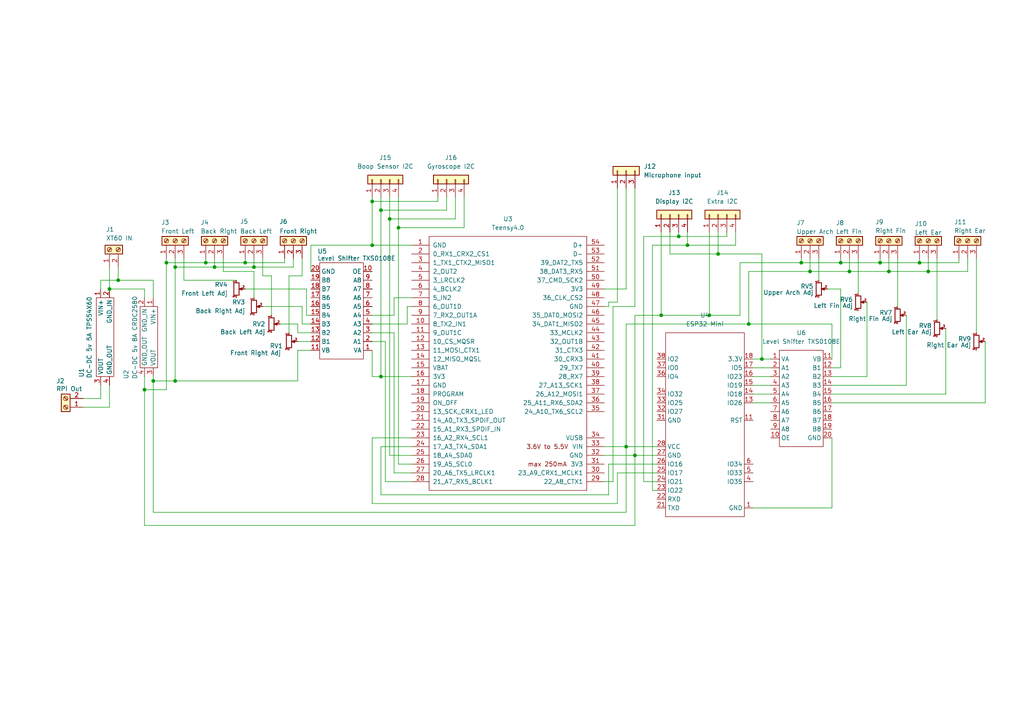
<source format=kicad_sch>
(kicad_sch (version 20250114) (generator "eeschema") (generator_version "9.0")
  (paper "A4")
  (lib_symbols
    (symbol "Aliexpress:DC_DC_5V_5A_TPS54X60"
      (property "Reference" "U" (at 0 1.27 0))
      (property "Value" "DC-DC 5v 5A TPS54X60" (at 1.27 -7.62 0))
      (symbol "DC_DC_5V_5A_TPS54X60_0_1"
        (rectangle (start -11.43 2.54) (end 11.43 -2.54))
      )
      (symbol "DC_DC_5V_5A_TPS54X60_1_1"
        (pin power_in line (at -13.97 1.27 0) (length 2.54) (name "GND_IN") (number "2"))
        (pin power_in line (at -13.97 -1.27 0) (length 2.54) (name "VIN+") (number "1"))
        (pin passive line (at 13.97 1.27 180) (length 2.54) (name "GND_OUT") (number "4"))
        (pin power_out line (at 13.97 -1.27 180) (length 2.54) (name "VOUT") (number "3"))
      )
    )
    (symbol "Aliexpress:DC_DC_5V_8A_CRDC2580"
      (property "Reference" "U" (at 0 1.27 0))
      (property "Value" "DC-DC 5v 8A CRDC2580" (at 1.27 -7.62 0))
      (symbol "DC_DC_5V_8A_CRDC2580_0_1"
        (rectangle (start -8.89 2.54) (end 8.89 -2.54))
      )
      (symbol "DC_DC_5V_8A_CRDC2580_1_1"
        (pin power_in line (at -11.43 1.27 0) (length 2.54) (name "VIN+") (number "1"))
        (pin power_in line (at -11.43 -1.27 0) (length 2.54) (name "GND_IN") (number "2"))
        (pin power_out line (at 11.43 1.27 180) (length 2.54) (name "VOUT") (number "3"))
        (pin passive line (at 11.43 -1.27 180) (length 2.54) (name "GND_OUT") (number "4"))
      )
    )
    (symbol "Aliexpress:ESP32_MIN132_V_1_0_0"
      (property "Reference" "U" (at 0 0 0))
      (property "Value" "ESP32 Mini" (at 0 -2.032 0))
      (symbol "ESP32_MIN132_V_1_0_0_0_1"
        (rectangle (start -11.43 25.4) (end 11.43 -27.94))
      )
      (symbol "ESP32_MIN132_V_1_0_0_1_1"
        (pin power_in line (at -13.97 22.86 0) (length 2.54) (name "GND") (number "1"))
        (pin no_connect line (at -13.97 20.32 0) (length 2.54) (hide yes) (name "NC") (number "2"))
        (pin input line (at -13.97 17.78 0) (length 2.54) (hide yes) (name "SVN") (number "3"))
        (pin bidirectional line (at -13.97 15.24 0) (length 2.54) (name "IO35") (number "4"))
        (pin bidirectional line (at -13.97 12.7 0) (length 2.54) (name "IO33") (number "5"))
        (pin bidirectional line (at -13.97 10.16 0) (length 2.54) (name "IO34") (number "6"))
        (pin bidirectional line (at -13.97 7.62 0) (length 2.54) (hide yes) (name "TMS") (number "7"))
        (pin passive line (at -13.97 5.08 0) (length 2.54) (hide yes) (name "NC") (number "8"))
        (pin bidirectional line (at -13.97 2.54 0) (length 2.54) (hide yes) (name "SD2") (number "9"))
        (pin input line (at -13.97 0 0) (length 2.54) (hide yes) (name "CMD") (number "10"))
        (pin input line (at -13.97 -2.54 0) (length 2.54) (name "RST") (number "11"))
        (pin input line (at -13.97 -5.08 0) (length 2.54) (hide yes) (name "SVP") (number "12"))
        (pin bidirectional line (at -13.97 -7.62 0) (length 2.54) (name "IO26") (number "13"))
        (pin bidirectional line (at -13.97 -10.16 0) (length 2.54) (name "IO18") (number "14"))
        (pin bidirectional line (at -13.97 -12.7 0) (length 2.54) (name "IO19") (number "15"))
        (pin bidirectional line (at -13.97 -15.24 0) (length 2.54) (name "IO23") (number "16"))
        (pin bidirectional line (at -13.97 -17.78 0) (length 2.54) (name "IO5") (number "17"))
        (pin power_out line (at -13.97 -20.32 0) (length 2.54) (name "3.3V") (number "18"))
        (pin bidirectional line (at -13.97 -22.86 0) (length 2.54) (hide yes) (name "TCK") (number "19"))
        (pin bidirectional line (at -13.97 -25.4 0) (length 2.54) (hide yes) (name "SD3") (number "20"))
        (pin output line (at 13.97 22.86 180) (length 2.54) (name "TXD") (number "21"))
        (pin input line (at 13.97 20.32 180) (length 2.54) (name "RXD") (number "22"))
        (pin bidirectional line (at 13.97 17.78 180) (length 2.54) (name "IO22") (number "23"))
        (pin bidirectional line (at 13.97 15.24 180) (length 2.54) (name "IO21") (number "24"))
        (pin bidirectional line (at 13.97 12.7 180) (length 2.54) (name "IO17") (number "25"))
        (pin bidirectional line (at 13.97 10.16 180) (length 2.54) (name "IO16") (number "26"))
        (pin power_in line (at 13.97 7.62 180) (length 2.54) (name "GND") (number "27"))
        (pin power_in line (at 13.97 5.08 180) (length 2.54) (name "VCC") (number "28"))
        (pin bidirectional line (at 13.97 2.54 180) (length 2.54) (hide yes) (name "TDO") (number "29"))
        (pin bidirectional line (at 13.97 0 180) (length 2.54) (hide yes) (name "SDD") (number "30"))
        (pin power_in line (at 13.97 -2.54 180) (length 2.54) (name "GND") (number "31"))
        (pin bidirectional line (at 13.97 -5.08 180) (length 2.54) (name "IO27") (number "32"))
        (pin bidirectional line (at 13.97 -7.62 180) (length 2.54) (name "IO25") (number "33"))
        (pin bidirectional line (at 13.97 -10.16 180) (length 2.54) (name "IO32") (number "34"))
        (pin bidirectional line (at 13.97 -12.7 180) (length 2.54) (hide yes) (name "TDI") (number "35"))
        (pin bidirectional line (at 13.97 -15.24 180) (length 2.54) (name "IO4") (number "36"))
        (pin bidirectional line (at 13.97 -17.78 180) (length 2.54) (name "IO0") (number "37"))
        (pin bidirectional line (at 13.97 -20.32 180) (length 2.54) (name "IO2") (number "38"))
        (pin bidirectional line (at 13.97 -22.86 180) (length 2.54) (hide yes) (name "SD1") (number "39"))
        (pin output line (at 13.97 -25.4 180) (length 2.54) (hide yes) (name "CLK") (number "40"))
      )
    )
    (symbol "Aliexpress:LEVEL_SHIFTER_TXS0108E"
      (property "Reference" "U" (at 0 0 0))
      (property "Value" "Level Shifter TXS0108E" (at 0 16.256 0))
      (symbol "LEVEL_SHIFTER_TXS0108E_0_1"
        (rectangle (start -6.35 13.97) (end 6.35 -13.97))
      )
      (symbol "LEVEL_SHIFTER_TXS0108E_1_1"
        (pin power_in line (at -8.89 11.43 0) (length 2.54) (name "VA") (number "1"))
        (pin bidirectional line (at -8.89 8.89 0) (length 2.54) (name "A1") (number "2"))
        (pin bidirectional line (at -8.89 6.35 0) (length 2.54) (name "A2") (number "3"))
        (pin bidirectional line (at -8.89 3.81 0) (length 2.54) (name "A3") (number "4"))
        (pin bidirectional line (at -8.89 1.27 0) (length 2.54) (name "A4") (number "5"))
        (pin bidirectional line (at -8.89 -1.27 0) (length 2.54) (name "A5") (number "6"))
        (pin bidirectional line (at -8.89 -3.81 0) (length 2.54) (name "A6") (number "7"))
        (pin bidirectional line (at -8.89 -6.35 0) (length 2.54) (name "A7") (number "8"))
        (pin bidirectional line (at -8.89 -8.89 0) (length 2.54) (name "A8") (number "9"))
        (pin input line (at -8.89 -11.43 0) (length 2.54) (name "OE") (number "10"))
        (pin power_in line (at 8.89 11.43 180) (length 2.54) (name "VB") (number "11"))
        (pin bidirectional line (at 8.89 8.89 180) (length 2.54) (name "B1") (number "12"))
        (pin bidirectional line (at 8.89 6.35 180) (length 2.54) (name "B2") (number "13"))
        (pin bidirectional line (at 8.89 3.81 180) (length 2.54) (name "B3") (number "14"))
        (pin bidirectional line (at 8.89 1.27 180) (length 2.54) (name "B4") (number "15"))
        (pin bidirectional line (at 8.89 -1.27 180) (length 2.54) (name "B5") (number "16"))
        (pin bidirectional line (at 8.89 -3.81 180) (length 2.54) (name "B6") (number "17"))
        (pin bidirectional line (at 8.89 -6.35 180) (length 2.54) (name "B7") (number "18"))
        (pin bidirectional line (at 8.89 -8.89 180) (length 2.54) (name "B8") (number "19"))
        (pin power_in line (at 8.89 -11.43 180) (length 2.54) (name "GND") (number "20"))
      )
    )
    (symbol "Connector:Screw_Terminal_01x02" (pin_names (offset 1.016) (hide yes))
      (property "Reference" "J" (at 0 2.54 0))
      (property "Value" "Screw_Terminal_01x02" (at 0 -5.08 0))
      (symbol "Screw_Terminal_01x02_1_1"
        (rectangle (start -1.27 1.27) (end 1.27 -3.81) (stroke (width 0.254)) (fill (type background)))
        (polyline (pts (xy -0.5334 0.3302) (xy 0.3302 -0.508)) (stroke (width 0.1524)))
        (polyline (pts (xy -0.5334 -2.2098) (xy 0.3302 -3.048)) (stroke (width 0.1524)))
        (polyline (pts (xy -0.3556 0.508) (xy 0.508 -0.3302)) (stroke (width 0.1524)))
        (polyline (pts (xy -0.3556 -2.032) (xy 0.508 -2.8702)) (stroke (width 0.1524)))
        (circle (center 0 0) (radius 0.635) (stroke (width 0.1524)))
        (circle (center 0 -2.54) (radius 0.635) (stroke (width 0.1524)))
        (pin passive line (at -5.08 0 0) (length 3.81) (name "Pin_1") (number "1"))
        (pin passive line (at -5.08 -2.54 0) (length 3.81) (name "Pin_2") (number "2"))
      )
    )
    (symbol "Connector:Screw_Terminal_01x03" (pin_names (offset 1.016) (hide yes))
      (property "Reference" "J" (at 0 5.08 0))
      (property "Value" "Screw_Terminal_01x03" (at 0 -5.08 0))
      (symbol "Screw_Terminal_01x03_1_1"
        (rectangle (start -1.27 3.81) (end 1.27 -3.81) (stroke (width 0.254)) (fill (type background)))
        (polyline (pts (xy -0.5334 2.8702) (xy 0.3302 2.032)) (stroke (width 0.1524)))
        (polyline (pts (xy -0.5334 0.3302) (xy 0.3302 -0.508)) (stroke (width 0.1524)))
        (polyline (pts (xy -0.5334 -2.2098) (xy 0.3302 -3.048)) (stroke (width 0.1524)))
        (polyline (pts (xy -0.3556 3.048) (xy 0.508 2.2098)) (stroke (width 0.1524)))
        (polyline (pts (xy -0.3556 0.508) (xy 0.508 -0.3302)) (stroke (width 0.1524)))
        (polyline (pts (xy -0.3556 -2.032) (xy 0.508 -2.8702)) (stroke (width 0.1524)))
        (circle (center 0 2.54) (radius 0.635) (stroke (width 0.1524)))
        (circle (center 0 0) (radius 0.635) (stroke (width 0.1524)))
        (circle (center 0 -2.54) (radius 0.635) (stroke (width 0.1524)))
        (pin passive line (at -5.08 2.54 0) (length 3.81) (name "Pin_1") (number "1"))
        (pin passive line (at -5.08 0 0) (length 3.81) (name "Pin_2") (number "2"))
        (pin passive line (at -5.08 -2.54 0) (length 3.81) (name "Pin_3") (number "3"))
      )
    )
    (symbol "Connector_Generic:Conn_01x03" (pin_names (offset 1.016) (hide yes))
      (property "Reference" "J" (at 0 5.08 0))
      (property "Value" "Conn_01x03" (at 0 -5.08 0))
      (symbol "Conn_01x03_1_1"
        (rectangle (start -1.27 3.81) (end 1.27 -3.81) (stroke (width 0.254)) (fill (type background)))
        (rectangle (start -1.27 2.667) (end 0 2.413) (stroke (width 0.1524)))
        (rectangle (start -1.27 0.127) (end 0 -0.127) (stroke (width 0.1524)))
        (rectangle (start -1.27 -2.413) (end 0 -2.667) (stroke (width 0.1524)))
        (pin passive line (at -5.08 2.54 0) (length 3.81) (name "Pin_1") (number "1"))
        (pin passive line (at -5.08 0 0) (length 3.81) (name "Pin_2") (number "2"))
        (pin passive line (at -5.08 -2.54 0) (length 3.81) (name "Pin_3") (number "3"))
      )
    )
    (symbol "Connector_Generic:Conn_01x04" (pin_names (offset 1.016) (hide yes))
      (property "Reference" "J" (at 0 5.08 0))
      (property "Value" "Conn_01x04" (at 0 -7.62 0))
      (symbol "Conn_01x04_1_1"
        (rectangle (start -1.27 3.81) (end 1.27 -6.35) (stroke (width 0.254)) (fill (type background)))
        (rectangle (start -1.27 2.667) (end 0 2.413) (stroke (width 0.1524)))
        (rectangle (start -1.27 0.127) (end 0 -0.127) (stroke (width 0.1524)))
        (rectangle (start -1.27 -2.413) (end 0 -2.667) (stroke (width 0.1524)))
        (rectangle (start -1.27 -4.953) (end 0 -5.207) (stroke (width 0.1524)))
        (pin passive line (at -5.08 2.54 0) (length 3.81) (name "Pin_1") (number "1"))
        (pin passive line (at -5.08 0 0) (length 3.81) (name "Pin_2") (number "2"))
        (pin passive line (at -5.08 -2.54 0) (length 3.81) (name "Pin_3") (number "3"))
        (pin passive line (at -5.08 -5.08 0) (length 3.81) (name "Pin_4") (number "4"))
      )
    )
    (symbol "Device:R_Potentiometer_Small" (pin_names (offset 1.016) (hide yes))
      (property "Reference" "RV" (at -4.445 0 90))
      (property "Value" "R_Potentiometer_Small" (at -2.54 0 90))
      (symbol "R_Potentiometer_Small_0_1"
        (rectangle (start 0.762 1.8034) (end -0.762 -1.8034) (stroke (width 0.254)))
        (polyline (pts (xy 0.889 0) (xy 0.635 0) (xy 1.651 0.381) (xy 1.651 -0.381) (xy 0.635 0) (xy 0.889 0)) (fill (type outline)))
      )
      (symbol "R_Potentiometer_Small_1_1"
        (pin passive line (at 0 2.54 270) (length 0.635) (name "1") (number "1"))
        (pin passive line (at 0 -2.54 90) (length 0.635) (name "3") (number "3"))
        (pin passive line (at 2.54 0 180) (length 0.9906) (name "2") (number "2"))
      )
    )
    (symbol "teensy:Teensy4.0" (pin_names (offset 1.016))
      (property "Reference" "U" (at 0 39.37 0))
      (property "Value" "Teensy4.0" (at 0 -39.37 0))
      (symbol "Teensy4.0_0_0"
        (text "3.6V to 5.5V" (at 11.43 -24.13 0) (effects (font (size 1.27 1.27))))
        (text "max 250mA" (at 11.43 -29.21 0) (effects (font (size 1.27 1.27))))
        (pin bidirectional line (at -27.94 24.13 0) (length 5.08) (name "3_LRCLK2") (number "5"))
        (pin bidirectional line (at -27.94 21.59 0) (length 5.08) (name "4_BCLK2") (number "6"))
        (pin bidirectional line (at -27.94 19.05 0) (length 5.08) (name "5_IN2") (number "7"))
        (pin bidirectional line (at -27.94 16.51 0) (length 5.08) (name "6_OUT1D") (number "8"))
        (pin bidirectional line (at -27.94 13.97 0) (length 5.08) (name "7_RX2_OUT1A") (number "9"))
        (pin bidirectional line (at -27.94 11.43 0) (length 5.08) (name "8_TX2_IN1") (number "10"))
        (pin bidirectional line (at -27.94 8.89 0) (length 5.08) (name "9_OUT1C") (number "11"))
        (pin bidirectional line (at -27.94 6.35 0) (length 5.08) (name "10_CS_MQSR") (number "12"))
        (pin bidirectional line (at -27.94 3.81 0) (length 5.08) (name "11_MOSI_CTX1") (number "13"))
        (pin bidirectional line (at -27.94 1.27 0) (length 5.08) (name "12_MISO_MQSL") (number "14"))
        (pin power_in line (at -27.94 -1.27 0) (length 5.08) (name "VBAT") (number "15"))
        (pin power_in line (at -27.94 -3.81 0) (length 5.08) (name "3V3") (number "16"))
        (pin power_in line (at -27.94 -6.35 0) (length 5.08) (name "GND") (number "17"))
        (pin input line (at -27.94 -8.89 0) (length 5.08) (name "PROGRAM") (number "18"))
        (pin input line (at -27.94 -11.43 0) (length 5.08) (name "ON_OFF") (number "19"))
        (pin bidirectional line (at -27.94 -13.97 0) (length 5.08) (name "13_SCK_CRX1_LED") (number "20"))
        (pin bidirectional line (at -27.94 -16.51 0) (length 5.08) (name "14_A0_TX3_SPDIF_OUT") (number "21"))
        (pin bidirectional line (at -27.94 -19.05 0) (length 5.08) (name "15_A1_RX3_SPDIF_IN") (number "22"))
        (pin bidirectional line (at -27.94 -21.59 0) (length 5.08) (name "16_A2_RX4_SCL1") (number "23"))
        (pin bidirectional line (at -27.94 -24.13 0) (length 5.08) (name "17_A3_TX4_SDA1") (number "24"))
        (pin bidirectional line (at -27.94 -26.67 0) (length 5.08) (name "18_A4_SDA0") (number "25"))
        (pin bidirectional line (at -27.94 -29.21 0) (length 5.08) (name "19_A5_SCL0") (number "26"))
        (pin bidirectional line (at -27.94 -31.75 0) (length 5.08) (name "20_A6_TX5_LRCLK1") (number "27"))
        (pin bidirectional line (at -27.94 -34.29 0) (length 5.08) (name "21_A7_RX5_BCLK1") (number "28"))
        (pin bidirectional line (at 27.94 34.29 180) (length 5.08) (name "D+") (number "54"))
        (pin bidirectional line (at 27.94 31.75 180) (length 5.08) (name "D-") (number "53"))
        (pin bidirectional line (at 27.94 29.21 180) (length 5.08) (name "39_DAT2_TX5") (number "52"))
        (pin bidirectional line (at 27.94 26.67 180) (length 5.08) (name "38_DAT3_RX5") (number "51"))
        (pin bidirectional line (at 27.94 24.13 180) (length 5.08) (name "37_CMD_SCK2") (number "50"))
        (pin power_out line (at 27.94 21.59 180) (length 5.08) (name "3V3") (number "49"))
        (pin bidirectional line (at 27.94 19.05 180) (length 5.08) (name "36_CLK_CS2") (number "48"))
        (pin power_out line (at 27.94 16.51 180) (length 5.08) (name "GND") (number "47"))
        (pin bidirectional line (at 27.94 13.97 180) (length 5.08) (name "35_DAT0_MOSI2") (number "46"))
        (pin bidirectional line (at 27.94 11.43 180) (length 5.08) (name "34_DAT1_MISO2") (number "45"))
        (pin bidirectional line (at 27.94 8.89 180) (length 5.08) (name "33_MCLK2") (number "44"))
        (pin bidirectional line (at 27.94 6.35 180) (length 5.08) (name "32_OUT1B") (number "43"))
        (pin bidirectional line (at 27.94 3.81 180) (length 5.08) (name "31_CTX3") (number "42"))
        (pin bidirectional line (at 27.94 1.27 180) (length 5.08) (name "30_CRX3") (number "41"))
        (pin bidirectional line (at 27.94 -1.27 180) (length 5.08) (name "29_TX7") (number "40"))
        (pin bidirectional line (at 27.94 -3.81 180) (length 5.08) (name "28_RX7") (number "39"))
        (pin bidirectional line (at 27.94 -6.35 180) (length 5.08) (name "27_A13_SCK1") (number "38"))
        (pin bidirectional line (at 27.94 -8.89 180) (length 5.08) (name "26_A12_MOSI1") (number "37"))
        (pin bidirectional line (at 27.94 -11.43 180) (length 5.08) (name "25_A11_RX6_SDA2") (number "36"))
        (pin bidirectional line (at 27.94 -13.97 180) (length 5.08) (name "24_A10_TX6_SCL2") (number "35"))
        (pin power_out line (at 27.94 -21.59 180) (length 5.08) (name "VUSB") (number "34"))
        (pin power_in line (at 27.94 -24.13 180) (length 5.08) (name "VIN") (number "33"))
        (pin power_in line (at 27.94 -26.67 180) (length 5.08) (name "GND") (number "32"))
        (pin power_out line (at 27.94 -29.21 180) (length 5.08) (name "3V3") (number "31"))
        (pin bidirectional line (at 27.94 -31.75 180) (length 5.08) (name "23_A9_CRX1_MCLK1") (number "30"))
        (pin bidirectional line (at 27.94 -34.29 180) (length 5.08) (name "22_A8_CTX1") (number "29"))
      )
      (symbol "Teensy4.0_0_1"
        (rectangle (start -22.86 36.83) (end 22.86 -36.83))
        (rectangle (start -20.32 -31.75) (end -20.32 -31.75))
      )
      (symbol "Teensy4.0_1_1"
        (pin power_in line (at -27.94 34.29 0) (length 5.08) (name "GND") (number "1"))
        (pin bidirectional line (at -27.94 31.75 0) (length 5.08) (name "0_RX1_CRX2_CS1") (number "2"))
        (pin bidirectional line (at -27.94 29.21 0) (length 5.08) (name "1_TX1_CTX2_MISO1") (number "3"))
        (pin bidirectional line (at -27.94 26.67 0) (length 5.08) (name "2_OUT2") (number "4"))
      )
    )
  )
  (junction (at 181.61 129.54))
  (junction (at 205.74 91.44))
  (junction (at 232.41 76.2))
  (junction (at 257.81 78.74))
  (junction (at 44.45 110.49))
  (junction (at 34.29 81.28))
  (junction (at 266.7 76.2))
  (junction (at 234.95 78.74))
  (junction (at 243.84 76.2))
  (junction (at 113.03 63.5))
  (junction (at 41.91 113.03))
  (junction (at 48.26 76.2))
  (junction (at 255.27 76.2))
  (junction (at 50.8 110.49))
  (junction (at 184.15 132.08))
  (junction (at 73.66 77.47))
  (junction (at 196.85 68.58))
  (junction (at 62.23 77.47))
  (junction (at 246.38 78.74))
  (junction (at 71.12 76.2))
  (junction (at 115.57 66.04))
  (junction (at 31.75 83.82))
  (junction (at 59.69 76.2))
  (junction (at 220.98 104.14))
  (junction (at 110.49 109.22))
  (junction (at 199.39 71.12))
  (junction (at 217.17 93.98))
  (junction (at 107.95 58.42))
  (junction (at 110.49 60.96))
  (junction (at 269.24 78.74))
  (junction (at 208.28 73.66))
  (junction (at 50.8 77.47))
  (junction (at 107.95 71.12))
  (junction (at 191.77 91.44))
  (wire (pts (xy 196.85 68.58) (xy 196.85 67.31)))
  (wire (pts (xy 114.3 96.52) (xy 114.3 137.16)))
  (wire (pts (xy 210.82 68.58) (xy 210.82 67.31)))
  (wire (pts (xy 208.28 73.66) (xy 208.28 67.31)))
  (wire (pts (xy 82.55 76.2) (xy 82.55 74.93)))
  (wire (pts (xy 48.26 74.93) (xy 48.26 76.2)))
  (wire (pts (xy 205.74 91.44) (xy 191.77 91.44)))
  (wire (pts (xy 50.8 77.47) (xy 62.23 77.47)))
  (wire (pts (xy 214.63 76.2) (xy 214.63 91.44)))
  (wire (pts (xy 90.17 71.12) (xy 107.95 71.12)))
  (wire (pts (xy 271.78 74.93) (xy 271.78 92.71)))
  (wire (pts (xy 132.08 57.15) (xy 132.08 63.5)))
  (wire (pts (xy 71.12 76.2) (xy 82.55 76.2)))
  (wire (pts (xy 115.57 57.15) (xy 115.57 66.04)))
  (wire (pts (xy 111.76 99.06) (xy 107.95 99.06)))
  (wire (pts (xy 176.53 87.63) (xy 179.07 87.63)))
  (wire (pts (xy 177.8 88.9) (xy 184.15 88.9)))
  (wire (pts (xy 88.9 91.44) (xy 90.17 91.44)))
  (wire (pts (xy 110.49 109.22) (xy 119.38 109.22)))
  (wire (pts (xy 44.45 110.49) (xy 50.8 110.49)))
  (wire (pts (xy 184.15 152.4) (xy 41.91 152.4)))
  (wire (pts (xy 214.63 91.44) (xy 205.74 91.44)))
  (wire (pts (xy 41.91 113.03) (xy 41.91 152.4)))
  (wire (pts (xy 257.81 78.74) (xy 257.81 74.93)))
  (wire (pts (xy 111.76 139.7) (xy 111.76 99.06)))
  (wire (pts (xy 86.36 93.98) (xy 81.28 93.98)))
  (wire (pts (xy 217.17 78.74) (xy 217.17 93.98)))
  (wire (pts (xy 107.95 91.44) (xy 114.3 91.44)))
  (wire (pts (xy 114.3 137.16) (xy 119.38 137.16)))
  (wire (pts (xy 218.44 109.22) (xy 223.52 109.22)))
  (wire (pts (xy 218.44 111.76) (xy 223.52 111.76)))
  (wire (pts (xy 184.15 132.08) (xy 184.15 152.4)))
  (wire (pts (xy 218.44 116.84) (xy 223.52 116.84)))
  (wire (pts (xy 218.44 104.14) (xy 220.98 104.14)))
  (wire (pts (xy 83.82 80.01) (xy 83.82 96.52)))
  (wire (pts (xy 283.21 74.93) (xy 283.21 96.52)))
  (wire (pts (xy 44.45 86.36) (xy 44.45 81.28)))
  (wire (pts (xy 255.27 76.2) (xy 255.27 74.93)))
  (wire (pts (xy 208.28 73.66) (xy 194.31 73.66)))
  (wire (pts (xy 181.61 129.54) (xy 181.61 93.98)))
  (wire (pts (xy 243.84 83.82) (xy 240.03 83.82)))
  (wire (pts (xy 50.8 77.47) (xy 50.8 110.49)))
  (wire (pts (xy 274.32 95.25) (xy 274.32 114.3)))
  (wire (pts (xy 24.13 118.11) (xy 31.75 118.11)))
  (wire (pts (xy 118.11 88.9) (xy 119.38 88.9)))
  (wire (pts (xy 218.44 114.3) (xy 223.52 114.3)))
  (wire (pts (xy 90.17 71.12) (xy 90.17 78.74)))
  (wire (pts (xy 113.03 132.08) (xy 119.38 132.08)))
  (wire (pts (xy 184.15 132.08) (xy 190.5 132.08)))
  (wire (pts (xy 220.98 104.14) (xy 220.98 73.66)))
  (wire (pts (xy 110.49 60.96) (xy 110.49 109.22)))
  (wire (pts (xy 62.23 77.47) (xy 73.66 77.47)))
  (wire (pts (xy 68.58 81.28) (xy 53.34 81.28)))
  (wire (pts (xy 113.03 57.15) (xy 113.03 63.5)))
  (wire (pts (xy 87.63 80.01) (xy 87.63 74.93)))
  (wire (pts (xy 48.26 76.2) (xy 48.26 113.03)))
  (wire (pts (xy 64.77 78.74) (xy 64.77 74.93)))
  (wire (pts (xy 266.7 76.2) (xy 266.7 74.93)))
  (wire (pts (xy 181.61 93.98) (xy 217.17 93.98)))
  (wire (pts (xy 181.61 83.82) (xy 175.26 83.82)))
  (wire (pts (xy 134.62 66.04) (xy 115.57 66.04)))
  (wire (pts (xy 115.57 66.04) (xy 115.57 134.62)))
  (wire (pts (xy 114.3 86.36) (xy 114.3 91.44)))
  (wire (pts (xy 190.5 142.24) (xy 189.23 142.24)))
  (wire (pts (xy 78.74 91.44) (xy 78.74 80.01)))
  (wire (pts (xy 181.61 54.61) (xy 181.61 83.82)))
  (wire (pts (xy 189.23 142.24) (xy 189.23 71.12)))
  (wire (pts (xy 184.15 88.9) (xy 184.15 54.61)))
  (wire (pts (xy 243.84 76.2) (xy 255.27 76.2)))
  (wire (pts (xy 132.08 63.5) (xy 113.03 63.5)))
  (wire (pts (xy 111.76 139.7) (xy 119.38 139.7)))
  (wire (pts (xy 59.69 76.2) (xy 59.69 74.93)))
  (wire (pts (xy 194.31 73.66) (xy 194.31 67.31)))
  (wire (pts (xy 191.77 67.31) (xy 191.77 91.44)))
  (wire (pts (xy 241.3 127) (xy 241.3 147.32)))
  (wire (pts (xy 246.38 78.74) (xy 257.81 78.74)))
  (wire (pts (xy 175.26 132.08) (xy 184.15 132.08)))
  (wire (pts (xy 85.09 77.47) (xy 85.09 74.93)))
  (wire (pts (xy 59.69 76.2) (xy 71.12 76.2)))
  (wire (pts (xy 241.3 93.98) (xy 241.3 104.14)))
  (wire (pts (xy 31.75 118.11) (xy 31.75 111.76)))
  (wire (pts (xy 90.17 93.98) (xy 87.63 93.98)))
  (wire (pts (xy 62.23 77.47) (xy 62.23 74.93)))
  (wire (pts (xy 184.15 91.44) (xy 184.15 132.08)))
  (wire (pts (xy 90.17 101.6) (xy 86.36 101.6)))
  (wire (pts (xy 190.5 139.7) (xy 186.69 139.7)))
  (wire (pts (xy 232.41 76.2) (xy 232.41 74.93)))
  (wire (pts (xy 274.32 114.3) (xy 241.3 114.3)))
  (wire (pts (xy 44.45 110.49) (xy 44.45 109.22)))
  (wire (pts (xy 29.21 83.82) (xy 29.21 81.28)))
  (wire (pts (xy 186.69 68.58) (xy 196.85 68.58)))
  (wire (pts (xy 50.8 74.93) (xy 50.8 77.47)))
  (wire (pts (xy 107.95 101.6) (xy 107.95 109.22)))
  (wire (pts (xy 118.11 93.98) (xy 118.11 88.9)))
  (wire (pts (xy 217.17 93.98) (xy 241.3 93.98)))
  (wire (pts (xy 213.36 71.12) (xy 213.36 67.31)))
  (wire (pts (xy 220.98 73.66) (xy 208.28 73.66)))
  (wire (pts (xy 278.13 76.2) (xy 278.13 74.93)))
  (wire (pts (xy 83.82 80.01) (xy 87.63 80.01)))
  (wire (pts (xy 255.27 76.2) (xy 266.7 76.2)))
  (wire (pts (xy 266.7 76.2) (xy 278.13 76.2)))
  (wire (pts (xy 76.2 80.01) (xy 78.74 80.01)))
  (wire (pts (xy 107.95 93.98) (xy 118.11 93.98)))
  (wire (pts (xy 234.95 74.93) (xy 234.95 78.74)))
  (wire (pts (xy 86.36 96.52) (xy 86.36 93.98)))
  (wire (pts (xy 179.07 87.63) (xy 179.07 54.61)))
  (wire (pts (xy 179.07 146.05) (xy 107.95 146.05)))
  (wire (pts (xy 114.3 96.52) (xy 107.95 96.52)))
  (wire (pts (xy 269.24 78.74) (xy 269.24 74.93)))
  (wire (pts (xy 110.49 60.96) (xy 129.54 60.96)))
  (wire (pts (xy 24.13 115.57) (xy 29.21 115.57)))
  (wire (pts (xy 189.23 71.12) (xy 199.39 71.12)))
  (wire (pts (xy 186.69 139.7) (xy 186.69 68.58)))
  (wire (pts (xy 248.92 74.93) (xy 248.92 85.09)))
  (wire (pts (xy 127 57.15) (xy 127 58.42)))
  (wire (pts (xy 107.95 109.22) (xy 110.49 109.22)))
  (wire (pts (xy 86.36 99.06) (xy 90.17 99.06)))
  (wire (pts (xy 53.34 81.28) (xy 53.34 74.93)))
  (wire (pts (xy 41.91 113.03) (xy 41.91 109.22)))
  (wire (pts (xy 107.95 146.05) (xy 107.95 127)))
  (wire (pts (xy 260.35 74.93) (xy 260.35 88.9)))
  (wire (pts (xy 29.21 81.28) (xy 34.29 81.28)))
  (wire (pts (xy 262.89 111.76) (xy 241.3 111.76)))
  (wire (pts (xy 48.26 76.2) (xy 59.69 76.2)))
  (wire (pts (xy 196.85 68.58) (xy 210.82 68.58)))
  (wire (pts (xy 257.81 78.74) (xy 269.24 78.74)))
  (wire (pts (xy 76.2 80.01) (xy 76.2 74.93)))
  (wire (pts (xy 31.75 83.82) (xy 41.91 83.82)))
  (wire (pts (xy 243.84 76.2) (xy 243.84 74.93)))
  (wire (pts (xy 285.75 116.84) (xy 241.3 116.84)))
  (wire (pts (xy 234.95 78.74) (xy 246.38 78.74)))
  (wire (pts (xy 73.66 78.74) (xy 64.77 78.74)))
  (wire (pts (xy 241.3 106.68) (xy 243.84 106.68)))
  (wire (pts (xy 181.61 129.54) (xy 190.5 129.54)))
  (wire (pts (xy 73.66 86.36) (xy 73.66 78.74)))
  (wire (pts (xy 234.95 78.74) (xy 217.17 78.74)))
  (wire (pts (xy 110.49 143.51) (xy 110.49 129.54)))
  (wire (pts (xy 190.5 137.16) (xy 179.07 137.16)))
  (wire (pts (xy 129.54 57.15) (xy 129.54 60.96)))
  (wire (pts (xy 243.84 106.68) (xy 243.84 83.82)))
  (wire (pts (xy 71.12 83.82) (xy 88.9 83.82)))
  (wire (pts (xy 251.46 87.63) (xy 251.46 109.22)))
  (wire (pts (xy 181.61 148.59) (xy 44.45 148.59)))
  (wire (pts (xy 237.49 74.93) (xy 237.49 81.28)))
  (wire (pts (xy 107.95 58.42) (xy 107.95 71.12)))
  (wire (pts (xy 31.75 77.47) (xy 31.75 83.82)))
  (wire (pts (xy 241.3 147.32) (xy 218.44 147.32)))
  (wire (pts (xy 251.46 109.22) (xy 241.3 109.22)))
  (wire (pts (xy 214.63 76.2) (xy 232.41 76.2)))
  (wire (pts (xy 134.62 57.15) (xy 134.62 66.04)))
  (wire (pts (xy 110.49 129.54) (xy 119.38 129.54)))
  (wire (pts (xy 179.07 137.16) (xy 179.07 146.05)))
  (wire (pts (xy 29.21 115.57) (xy 29.21 111.76)))
  (wire (pts (xy 90.17 96.52) (xy 86.36 96.52)))
  (wire (pts (xy 262.89 91.44) (xy 262.89 111.76)))
  (wire (pts (xy 175.26 88.9) (xy 176.53 88.9)))
  (wire (pts (xy 107.95 127) (xy 119.38 127)))
  (wire (pts (xy 88.9 83.82) (xy 88.9 91.44)))
  (wire (pts (xy 41.91 86.36) (xy 41.91 83.82)))
  (wire (pts (xy 205.74 67.31) (xy 205.74 91.44)))
  (wire (pts (xy 181.61 129.54) (xy 181.61 148.59)))
  (wire (pts (xy 176.53 134.62) (xy 176.53 143.51)))
  (wire (pts (xy 34.29 77.47) (xy 34.29 81.28)))
  (wire (pts (xy 280.67 78.74) (xy 280.67 74.93)))
  (wire (pts (xy 232.41 76.2) (xy 243.84 76.2)))
  (wire (pts (xy 41.91 113.03) (xy 48.26 113.03)))
  (wire (pts (xy 119.38 86.36) (xy 114.3 86.36)))
  (wire (pts (xy 218.44 106.68) (xy 223.52 106.68)))
  (wire (pts (xy 176.53 88.9) (xy 176.53 87.63)))
  (wire (pts (xy 44.45 110.49) (xy 44.45 148.59)))
  (wire (pts (xy 269.24 78.74) (xy 280.67 78.74)))
  (wire (pts (xy 87.63 93.98) (xy 87.63 88.9)))
  (wire (pts (xy 113.03 63.5) (xy 113.03 132.08)))
  (wire (pts (xy 191.77 91.44) (xy 184.15 91.44)))
  (wire (pts (xy 44.45 81.28) (xy 34.29 81.28)))
  (wire (pts (xy 220.98 104.14) (xy 223.52 104.14)))
  (wire (pts (xy 177.8 139.7) (xy 177.8 88.9)))
  (wire (pts (xy 107.95 57.15) (xy 107.95 58.42)))
  (wire (pts (xy 73.66 77.47) (xy 73.66 74.93)))
  (wire (pts (xy 110.49 57.15) (xy 110.49 60.96)))
  (wire (pts (xy 199.39 71.12) (xy 213.36 71.12)))
  (wire (pts (xy 176.53 143.51) (xy 110.49 143.51)))
  (wire (pts (xy 76.2 88.9) (xy 87.63 88.9)))
  (wire (pts (xy 199.39 71.12) (xy 199.39 67.31)))
  (wire (pts (xy 285.75 99.06) (xy 285.75 116.84)))
  (wire (pts (xy 115.57 134.62) (xy 119.38 134.62)))
  (wire (pts (xy 119.38 71.12) (xy 107.95 71.12)))
  (wire (pts (xy 71.12 76.2) (xy 71.12 74.93)))
  (wire (pts (xy 177.8 139.7) (xy 175.26 139.7)))
  (wire (pts (xy 86.36 101.6) (xy 86.36 110.49)))
  (wire (pts (xy 175.26 129.54) (xy 181.61 129.54)))
  (wire (pts (xy 127 58.42) (xy 107.95 58.42)))
  (wire (pts (xy 50.8 110.49) (xy 86.36 110.49)))
  (wire (pts (xy 190.5 134.62) (xy 176.53 134.62)))
  (wire (pts (xy 73.66 77.47) (xy 85.09 77.47)))
  (wire (pts (xy 246.38 78.74) (xy 246.38 74.93)))
  (symbol (lib_id "Connector:Screw_Terminal_01x03") (at 269.24 69.85 90) (unit 1)
    (property "Reference" "J10" (at 265.303 64.897 90) (effects (justify right)))
    (property "Value" "Left Ear" (at 265.303 67.437 90) (effects (justify right)))
    (property "Footprint" "TerminalBlock:TerminalBlock_MaiXu_MX126-5.0-03P_1x03_P5.00mm" (effects (hide yes)))
    (property "Description" "Generic screw terminal, single row, 01x03, script generated (kicad-library-utils/schlib/autogen/connector/)" (effects (hide yes)))
  )
  (symbol (lib_id "Connector:Screw_Terminal_01x03") (at 257.81 69.85 90) (unit 1)
    (property "Reference" "J9" (at 253.873 64.389 90) (effects (justify right)))
    (property "Value" "Right Fin" (at 253.873 66.929 90) (effects (justify right)))
    (property "Footprint" "TerminalBlock:TerminalBlock_MaiXu_MX126-5.0-03P_1x03_P5.00mm" (effects (hide yes)))
    (property "Description" "Generic screw terminal, single row, 01x03, script generated (kicad-library-utils/schlib/autogen/connector/)" (effects (hide yes)))
  )
  (symbol (lib_id "Device:R_Potentiometer_Small") (at 248.92 87.63 0) (unit 1)
    (property "Reference" "RV6" (at 247.396 86.868 0) (effects (justify right)))
    (property "Value" "Left Fin Adj" (at 247.396 88.646 0) (effects (justify right)))
    (property "Footprint" "Potentiometer_THT:Potentiometer_Bourns_3296W_Vertical" (effects (hide yes)))
    (property "Description" "Potentiometer" (effects (hide yes)))
  )
  (symbol (lib_id "Connector:Screw_Terminal_01x02") (at 19.05 118.11 180) (unit 1)
    (property "Reference" "J2" (at 17.526 110.49 0))
    (property "Value" "RPi Out" (at 20.066 112.776 0))
    (property "Footprint" "TerminalBlock:TerminalBlock_MaiXu_MX126-5.0-02P_1x02_P5.00mm" (effects (hide yes)))
    (property "Description" "Generic screw terminal, single row, 01x02, script generated (kicad-library-utils/schlib/autogen/connector/)" (effects (hide yes)))
  )
  (symbol (lib_id "Device:R_Potentiometer_Small") (at 237.49 83.82 0) (unit 1)
    (property "Reference" "RV5" (at 235.966 83.058 0) (effects (justify right)))
    (property "Value" "Upper Arch Adj" (at 235.966 84.836 0) (effects (justify right)))
    (property "Footprint" "Potentiometer_THT:Potentiometer_Bourns_3296W_Vertical" (effects (hide yes)))
    (property "Description" "Potentiometer" (effects (hide yes)))
  )
  (symbol (lib_id "Connector:Screw_Terminal_01x03") (at 234.95 69.85 90) (unit 1)
    (property "Reference" "J7" (at 231.013 64.643 90) (effects (justify right)))
    (property "Value" "Upper Arch" (at 231.013 67.183 90) (effects (justify right)))
    (property "Footprint" "TerminalBlock:TerminalBlock_MaiXu_MX126-5.0-03P_1x03_P5.00mm" (effects (hide yes)))
    (property "Description" "Generic screw terminal, single row, 01x03, script generated (kicad-library-utils/schlib/autogen/connector/)" (effects (hide yes)))
  )
  (symbol (lib_id "Aliexpress:ESP32_MIN132_V_1_0_0") (at 204.47 124.46 180) (unit 1)
    (property "Reference" "U4" (at 204.47 91.44 0))
    (property "Value" "ESP32 Mini" (at 204.47 93.98 0))
    (property "Footprint" "Aliexpress:ESP32_MIN132_V_1_0_0" (effects (hide yes)))
  )
  (symbol (lib_id "Device:R_Potentiometer_Small") (at 78.74 93.98 0) (unit 1)
    (property "Reference" "RV2" (at 76.962 93.98 0) (effects (justify right)))
    (property "Value" "Back Left Adj" (at 76.962 96.266 0) (effects (justify right)))
    (property "Footprint" "Potentiometer_THT:Potentiometer_Bourns_3296W_Vertical" (effects (hide yes)))
    (property "Description" "Potentiometer" (effects (hide yes)))
  )
  (symbol (lib_id "Connector:Screw_Terminal_01x03") (at 280.67 69.85 90) (unit 1)
    (property "Reference" "J11" (at 276.733 64.389 90) (effects (justify right)))
    (property "Value" "Right Ear" (at 276.733 66.929 90) (effects (justify right)))
    (property "Footprint" "TerminalBlock:TerminalBlock_MaiXu_MX126-5.0-03P_1x03_P5.00mm" (effects (hide yes)))
    (property "Description" "Generic screw terminal, single row, 01x03, script generated (kicad-library-utils/schlib/autogen/connector/)" (effects (hide yes)))
  )
  (symbol (lib_id "teensy:Teensy4.0") (at 147.32 105.41 0) (unit 1)
    (property "Reference" "U3" (at 147.32 63.5 0))
    (property "Value" "Teensy4.0" (at 147.32 66.04 0))
    (property "Footprint" "teensy:Teensy40" (effects (hide yes)))
  )
  (symbol (lib_id "Connector:Screw_Terminal_01x02") (at 31.75 72.39 90) (unit 1)
    (property "Reference" "J1" (at 30.734 66.548 90) (effects (justify right)))
    (property "Value" "XT60 IN" (at 30.734 69.088 90) (effects (justify right)))
    (property "Footprint" "TerminalBlock:TerminalBlock_MaiXu_MX126-5.0-02P_1x02_P5.00mm" (effects (hide yes)))
    (property "Description" "Generic screw terminal, single row, 01x02, script generated (kicad-library-utils/schlib/autogen/connector/)" (effects (hide yes)))
  )
  (symbol (lib_id "Connector:Screw_Terminal_01x03") (at 50.8 69.85 90) (unit 1)
    (property "Reference" "J3" (at 46.736 64.516 90) (effects (justify right)))
    (property "Value" "Front Left" (at 46.736 67.056 90) (effects (justify right)))
    (property "Footprint" "TerminalBlock:TerminalBlock_MaiXu_MX126-5.0-03P_1x03_P5.00mm" (effects (hide yes)))
    (property "Description" "Generic screw terminal, single row, 01x03, script generated (kicad-library-utils/schlib/autogen/connector/)" (effects (hide yes)))
  )
  (symbol (lib_id "Device:R_Potentiometer_Small") (at 68.58 83.82 0) (unit 1)
    (property "Reference" "RV4" (at 66.04 82.5499 0) (effects (justify right)))
    (property "Value" "Front Left Adj" (at 66.04 85.0899 0) (effects (justify right)))
    (property "Footprint" "Potentiometer_THT:Potentiometer_Bourns_3296W_Vertical" (effects (hide yes)))
    (property "Description" "Potentiometer" (effects (hide yes)))
  )
  (symbol (lib_id "Aliexpress:LEVEL_SHIFTER_TXS0108E") (at 99.06 90.17 180) (unit 1)
    (property "Reference" "U5" (at 93.472 72.898 0))
    (property "Value" "Level Shifter TXS0108E" (at 103.378 74.93 0))
    (property "Footprint" "Aliexpress:LEVEL_SHIFTER_TXS0108E" (effects (hide yes)))
  )
  (symbol (lib_id "Connector_Generic:Conn_01x04") (at 129.54 52.07 90) (unit 1)
    (property "Reference" "J16" (at 130.81 45.72 90))
    (property "Value" "Gyroscope I2C" (at 130.81 48.26 90))
    (property "Footprint" "Connector_JST:JST_XH_B4B-XH-A_1x04_P2.50mm_Vertical" (effects (hide yes)))
    (property "Description" "Generic connector, single row, 01x04, script generated (kicad-library-utils/schlib/autogen/connector/)" (effects (hide yes)))
  )
  (symbol (lib_id "Device:R_Potentiometer_Small") (at 83.82 99.06 0) (unit 1)
    (property "Reference" "RV1" (at 82.042 100.33 0) (effects (justify right)))
    (property "Value" "Front Right Adj" (at 81.534 102.362 0) (effects (justify right)))
    (property "Footprint" "Potentiometer_THT:Potentiometer_Bourns_3296W_Vertical" (effects (hide yes)))
    (property "Description" "Potentiometer" (effects (hide yes)))
  )
  (symbol (lib_id "Connector_Generic:Conn_01x04") (at 208.28 62.23 90) (unit 1)
    (property "Reference" "J14" (at 209.55 55.88 90))
    (property "Value" "Extra I2C" (at 209.55 58.42 90))
    (property "Footprint" "Connector_JST:JST_XH_B4B-XH-A_1x04_P2.50mm_Vertical" (effects (hide yes)))
    (property "Description" "Generic connector, single row, 01x04, script generated (kicad-library-utils/schlib/autogen/connector/)" (effects (hide yes)))
  )
  (symbol (lib_id "Connector_Generic:Conn_01x04") (at 110.49 52.07 90) (unit 1)
    (property "Reference" "J15" (at 111.76 45.72 90))
    (property "Value" "Boop Sensor I2C" (at 111.76 48.26 90))
    (property "Footprint" "Connector_JST:JST_XH_B4B-XH-A_1x04_P2.50mm_Vertical" (effects (hide yes)))
    (property "Description" "Generic connector, single row, 01x04, script generated (kicad-library-utils/schlib/autogen/connector/)" (effects (hide yes)))
  )
  (symbol (lib_id "Device:R_Potentiometer_Small") (at 73.66 88.9 0) (unit 1)
    (property "Reference" "RV3" (at 71.12 87.6299 0) (effects (justify right)))
    (property "Value" "Back Right Adj" (at 71.12 90.1699 0) (effects (justify right)))
    (property "Footprint" "Potentiometer_THT:Potentiometer_Bourns_3296W_Vertical" (effects (hide yes)))
    (property "Description" "Potentiometer" (effects (hide yes)))
  )
  (symbol (lib_id "Connector_Generic:Conn_01x04") (at 194.31 62.23 90) (unit 1)
    (property "Reference" "J13" (at 195.58 55.88 90))
    (property "Value" "Display I2C" (at 195.58 58.42 90))
    (property "Footprint" "Connector_JST:JST_XH_B4B-XH-A_1x04_P2.50mm_Vertical" (effects (hide yes)))
    (property "Description" "Generic connector, single row, 01x04, script generated (kicad-library-utils/schlib/autogen/connector/)" (effects (hide yes)))
  )
  (symbol (lib_id "Connector:Screw_Terminal_01x03") (at 246.38 69.85 90) (unit 1)
    (property "Reference" "J8" (at 242.443 64.643 90) (effects (justify right)))
    (property "Value" "Left Fin" (at 242.443 67.183 90) (effects (justify right)))
    (property "Footprint" "TerminalBlock:TerminalBlock_MaiXu_MX126-5.0-03P_1x03_P5.00mm" (effects (hide yes)))
    (property "Description" "Generic screw terminal, single row, 01x03, script generated (kicad-library-utils/schlib/autogen/connector/)" (effects (hide yes)))
  )
  (symbol (lib_id "Device:R_Potentiometer_Small") (at 271.78 95.25 0) (unit 1)
    (property "Reference" "RV8" (at 270.256 94.488 0) (effects (justify right)))
    (property "Value" "Left Ear Adj" (at 270.256 96.266 0) (effects (justify right)))
    (property "Footprint" "Potentiometer_THT:Potentiometer_Bourns_3296W_Vertical" (effects (hide yes)))
    (property "Description" "Potentiometer" (effects (hide yes)))
  )
  (symbol (lib_id "Device:R_Potentiometer_Small") (at 260.35 91.44 0) (unit 1)
    (property "Reference" "RV7" (at 258.826 90.678 0) (effects (justify right)))
    (property "Value" "Right Fin Adj" (at 258.826 92.456 0) (effects (justify right)))
    (property "Footprint" "Potentiometer_THT:Potentiometer_Bourns_3296W_Vertical" (effects (hide yes)))
    (property "Description" "Potentiometer" (effects (hide yes)))
  )
  (symbol (lib_id "Aliexpress:LEVEL_SHIFTER_TXS0108E") (at 232.41 115.57 0) (unit 1)
    (property "Reference" "U6" (at 232.41 96.52 0))
    (property "Value" "Level Shifter TXS0108E" (at 232.41 99.06 0))
    (property "Footprint" "Aliexpress:LEVEL_SHIFTER_TXS0108E" (effects (hide yes)))
  )
  (symbol (lib_id "Connector:Screw_Terminal_01x03") (at 62.23 69.85 90) (unit 1)
    (property "Reference" "J4" (at 58.166 64.516 90) (effects (justify right)))
    (property "Value" "Back Right" (at 58.166 67.056 90) (effects (justify right)))
    (property "Footprint" "TerminalBlock:TerminalBlock_MaiXu_MX126-5.0-03P_1x03_P5.00mm" (effects (hide yes)))
    (property "Description" "Generic screw terminal, single row, 01x03, script generated (kicad-library-utils/schlib/autogen/connector/)" (effects (hide yes)))
  )
  (symbol (lib_id "Connector:Screw_Terminal_01x03") (at 85.09 69.85 90) (unit 1)
    (property "Reference" "J6" (at 81.026 64.262 90) (effects (justify right)))
    (property "Value" "Front Right" (at 81.026 67.056 90) (effects (justify right)))
    (property "Footprint" "TerminalBlock:TerminalBlock_MaiXu_MX126-5.0-03P_1x03_P5.00mm" (effects (hide yes)))
    (property "Description" "Generic screw terminal, single row, 01x03, script generated (kicad-library-utils/schlib/autogen/connector/)" (effects (hide yes)))
  )
  (symbol (lib_id "Aliexpress:DC_DC_5V_8A_CRDC2580") (at 43.18 97.79 270) (unit 1)
    (property "Reference" "U2" (at 36.576 109.982 0) (effects (justify right)))
    (property "Value" "DC-DC 5v 8A CRDC2580" (at 39.116 109.982 0) (effects (justify right)))
    (property "Footprint" "Aliexpress:DC_DC_5V_8A_CRDC2580" (effects (hide yes)))
  )
  (symbol (lib_id "Aliexpress:DC_DC_5V_5A_TPS54X60") (at 30.48 97.79 270) (unit 1)
    (property "Reference" "U1" (at 23.622 109.474 0) (effects (justify right)))
    (property "Value" "DC-DC 5v 5A TPS54X60" (at 25.908 109.728 0) (effects (justify right)))
    (property "Footprint" "Aliexpress:DC_DC_5V_5A_TPS54X60" (effects (hide yes)))
  )
  (symbol (lib_id "Device:R_Potentiometer_Small") (at 283.21 99.06 0) (unit 1)
    (property "Reference" "RV9" (at 281.686 98.298 0) (effects (justify right)))
    (property "Value" "Right Ear Adj" (at 281.686 100.076 0) (effects (justify right)))
    (property "Footprint" "Potentiometer_THT:Potentiometer_Bourns_3296W_Vertical" (effects (hide yes)))
    (property "Description" "Potentiometer" (effects (hide yes)))
  )
  (symbol (lib_id "Connector:Screw_Terminal_01x03") (at 73.66 69.85 90) (unit 1)
    (property "Reference" "J5" (at 69.596 64.262 90) (effects (justify right)))
    (property "Value" "Back Left" (at 69.596 67.056 90) (effects (justify right)))
    (property "Footprint" "TerminalBlock:TerminalBlock_MaiXu_MX126-5.0-03P_1x03_P5.00mm" (effects (hide yes)))
    (property "Description" "Generic screw terminal, single row, 01x03, script generated (kicad-library-utils/schlib/autogen/connector/)" (effects (hide yes)))
  )
  (symbol (lib_id "Connector_Generic:Conn_01x03") (at 181.61 49.53 90) (unit 1)
    (property "Reference" "J12" (at 186.69 48.2599 90) (effects (justify right)))
    (property "Value" "Microphone input" (at 186.69 50.7999 90) (effects (justify right)))
    (property "Footprint" "Connector_JST:JST_XH_B3B-XH-A_1x03_P2.50mm_Vertical" (effects (hide yes)))
    (property "Description" "Generic connector, single row, 01x03, script generated (kicad-library-utils/schlib/autogen/connector/)" (effects (hide yes)))
  )
)
</source>
